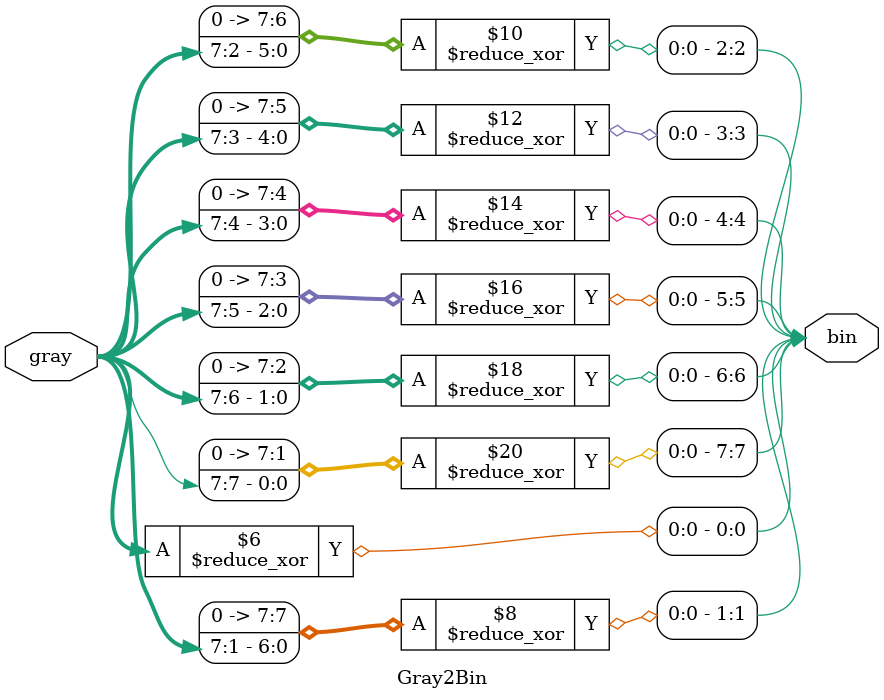
<source format=sv>
`ifndef __GRAY2BIN_SV__
`define __GRAY2BIN_SV__

module Gray2Bin #(
    parameter int DW = 8
) (
  input  logic [DW-1:0] gray,
  output logic [DW-1:0] bin
);
  // two style

  // generate
  //   for (genvar i = 0; i < DW; i++) begin : g_binbits
  //     assign bin[i] = ^gray[DW-1:i];
  //   end
  // endgenerate

  always_comb begin : gray2bin
    for (int i = 0; i < DW; i++) bin[i] = ^(gray >> i);
  end

endmodule

`endif

</source>
